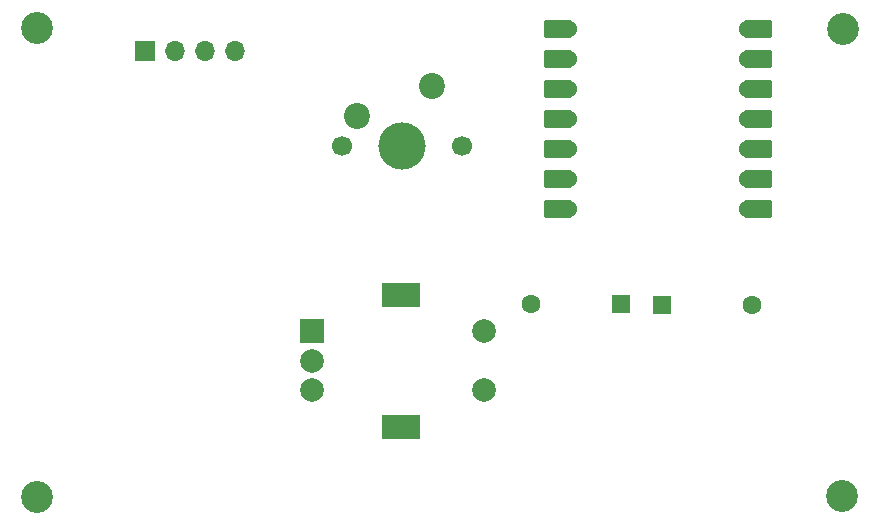
<source format=gbr>
%TF.GenerationSoftware,KiCad,Pcbnew,9.0.2*%
%TF.CreationDate,2025-06-27T15:59:54-04:00*%
%TF.ProjectId,PassPad_KiCAD,50617373-5061-4645-9f4b-694341442e6b,rev?*%
%TF.SameCoordinates,Original*%
%TF.FileFunction,Soldermask,Top*%
%TF.FilePolarity,Negative*%
%FSLAX46Y46*%
G04 Gerber Fmt 4.6, Leading zero omitted, Abs format (unit mm)*
G04 Created by KiCad (PCBNEW 9.0.2) date 2025-06-27 15:59:54*
%MOMM*%
%LPD*%
G01*
G04 APERTURE LIST*
G04 Aperture macros list*
%AMRoundRect*
0 Rectangle with rounded corners*
0 $1 Rounding radius*
0 $2 $3 $4 $5 $6 $7 $8 $9 X,Y pos of 4 corners*
0 Add a 4 corners polygon primitive as box body*
4,1,4,$2,$3,$4,$5,$6,$7,$8,$9,$2,$3,0*
0 Add four circle primitives for the rounded corners*
1,1,$1+$1,$2,$3*
1,1,$1+$1,$4,$5*
1,1,$1+$1,$6,$7*
1,1,$1+$1,$8,$9*
0 Add four rect primitives between the rounded corners*
20,1,$1+$1,$2,$3,$4,$5,0*
20,1,$1+$1,$4,$5,$6,$7,0*
20,1,$1+$1,$6,$7,$8,$9,0*
20,1,$1+$1,$8,$9,$2,$3,0*%
G04 Aperture macros list end*
%ADD10C,2.700000*%
%ADD11RoundRect,0.152400X1.063600X0.609600X-1.063600X0.609600X-1.063600X-0.609600X1.063600X-0.609600X0*%
%ADD12C,1.524000*%
%ADD13RoundRect,0.152400X-1.063600X-0.609600X1.063600X-0.609600X1.063600X0.609600X-1.063600X0.609600X0*%
%ADD14C,1.700000*%
%ADD15C,4.000000*%
%ADD16C,2.200000*%
%ADD17C,2.000000*%
%ADD18R,3.200000X2.000000*%
%ADD19R,2.000000X2.000000*%
%ADD20R,1.700000X1.700000*%
%ADD21O,1.700000X1.700000*%
%ADD22RoundRect,0.250000X0.550000X0.550000X-0.550000X0.550000X-0.550000X-0.550000X0.550000X-0.550000X0*%
%ADD23C,1.600000*%
%ADD24RoundRect,0.250000X-0.550000X-0.550000X0.550000X-0.550000X0.550000X0.550000X-0.550000X0.550000X0*%
G04 APERTURE END LIST*
D10*
%TO.C,H4*%
X166241551Y-71889468D03*
%TD*%
%TO.C,H3*%
X166186859Y-111475774D03*
%TD*%
%TO.C,H2*%
X98017649Y-111507208D03*
%TD*%
%TO.C,H1*%
X98056834Y-71858552D03*
%TD*%
D11*
%TO.C,U1*%
X142134086Y-71894350D03*
D12*
X142969086Y-71894350D03*
D11*
X142134086Y-74434350D03*
D12*
X142969086Y-74434350D03*
D11*
X142134086Y-76974350D03*
D12*
X142969086Y-76974350D03*
D11*
X142134086Y-79514350D03*
D12*
X142969086Y-79514350D03*
D11*
X142134086Y-82054350D03*
D12*
X142969086Y-82054350D03*
D11*
X142134086Y-84594350D03*
D12*
X142969086Y-84594350D03*
D11*
X142134086Y-87134350D03*
D12*
X142969086Y-87134350D03*
X158209086Y-87134350D03*
D13*
X159044086Y-87134350D03*
D12*
X158209086Y-84594350D03*
D13*
X159044086Y-84594350D03*
D12*
X158209086Y-82054350D03*
D13*
X159044086Y-82054350D03*
D12*
X158209086Y-79514350D03*
D13*
X159044086Y-79514350D03*
D12*
X158209086Y-76974350D03*
D13*
X159044086Y-76974350D03*
D12*
X158209086Y-74434350D03*
D13*
X159044086Y-74434350D03*
D12*
X158209086Y-71894350D03*
D13*
X159044086Y-71894350D03*
%TD*%
D14*
%TO.C,SW2*%
X123823450Y-81821028D03*
D15*
X128903450Y-81821028D03*
D14*
X133983450Y-81821028D03*
D16*
X131443450Y-76741028D03*
X125093450Y-79281028D03*
%TD*%
D17*
%TO.C,SW1*%
X135837500Y-102512500D03*
X135837500Y-97512500D03*
D18*
X128837500Y-105612500D03*
X128837500Y-94412500D03*
D17*
X121337500Y-102512500D03*
X121337500Y-100012500D03*
D19*
X121337500Y-97512500D03*
%TD*%
D20*
%TO.C,J1*%
X107156250Y-73818750D03*
D21*
X109696250Y-73818750D03*
X112236250Y-73818750D03*
X114776250Y-73818750D03*
%TD*%
D22*
%TO.C,D3*%
X147442889Y-95218922D03*
D23*
X139822889Y-95218922D03*
%TD*%
D24*
%TO.C,D1*%
X150971250Y-95250000D03*
D23*
X158591250Y-95250000D03*
%TD*%
M02*

</source>
